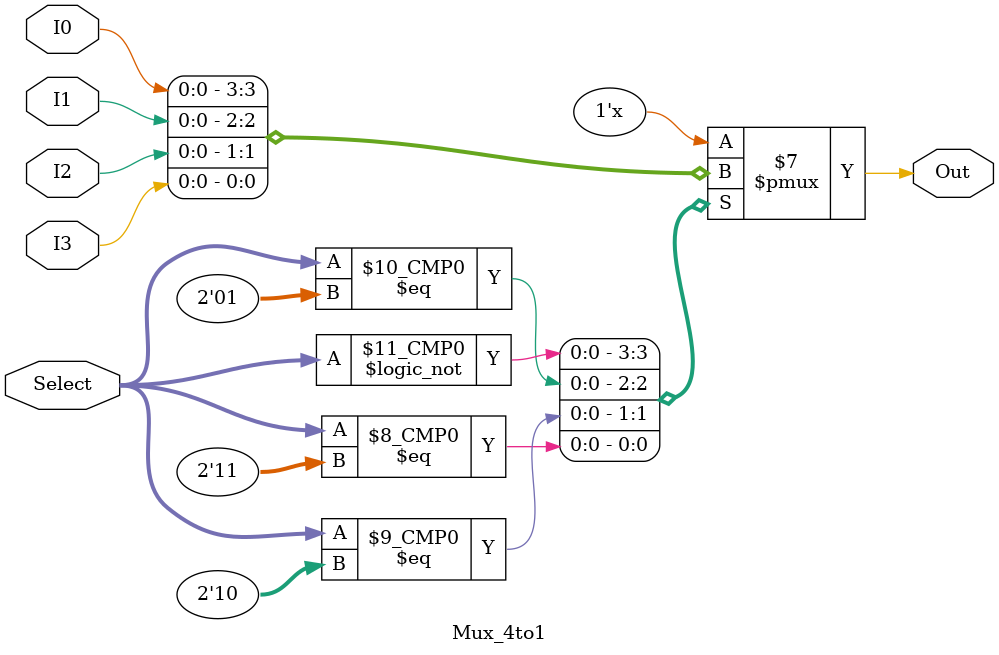
<source format=v>
module Mux_4to1 (I0, I1, I2, I3, Select, Out);

  // ports
  input wire I0;
  input wire I1;
  input wire I2;
  input wire I3;
  input wire [1:0] Select;
  output reg Out;

  // internal
  reg error;

  always @(I0,I1,I2,I3,Select) begin
    case (Select)
      2'b00: begin
        Out = I0;
        error = 0;
      end
      2'b01: begin
        Out = I1;
        error = 0;
      end
      2'b10: begin
        Out = I2;
        error = 0;
      end
      2'b11: begin
        Out = I3;
        error = 0;
      end
      default: error=1; // Default case 
    endcase
  end

endmodule
</source>
